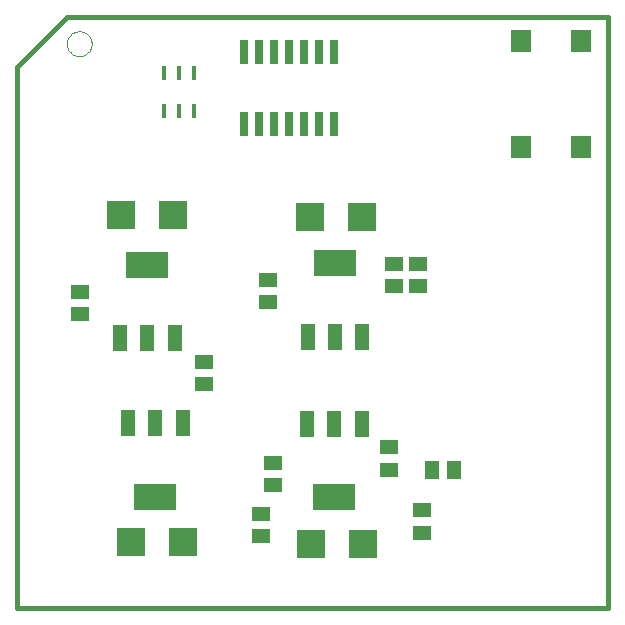
<source format=gbp>
G75*
%MOIN*%
%OFA0B0*%
%FSLAX24Y24*%
%IPPOS*%
%LPD*%
%AMOC8*
5,1,8,0,0,1.08239X$1,22.5*
%
%ADD10C,0.0160*%
%ADD11C,0.0000*%
%ADD12R,0.0512X0.0591*%
%ADD13R,0.0480X0.0880*%
%ADD14R,0.1417X0.0866*%
%ADD15R,0.0160X0.0480*%
%ADD16R,0.0591X0.0512*%
%ADD17R,0.0945X0.0945*%
%ADD18R,0.0669X0.0748*%
%ADD19R,0.0260X0.0800*%
D10*
X000180Y000180D02*
X019865Y000180D01*
X019865Y019865D01*
X001834Y019865D01*
X000180Y018211D01*
X000180Y000180D01*
D11*
X001834Y018979D02*
X001836Y019019D01*
X001842Y019060D01*
X001852Y019099D01*
X001865Y019137D01*
X001883Y019174D01*
X001904Y019208D01*
X001928Y019241D01*
X001955Y019271D01*
X001985Y019298D01*
X002018Y019322D01*
X002052Y019343D01*
X002089Y019361D01*
X002127Y019374D01*
X002166Y019384D01*
X002207Y019390D01*
X002247Y019392D01*
X002287Y019390D01*
X002328Y019384D01*
X002367Y019374D01*
X002405Y019361D01*
X002442Y019343D01*
X002476Y019322D01*
X002509Y019298D01*
X002539Y019271D01*
X002566Y019241D01*
X002590Y019208D01*
X002611Y019174D01*
X002629Y019137D01*
X002642Y019099D01*
X002652Y019060D01*
X002658Y019019D01*
X002660Y018979D01*
X002658Y018939D01*
X002652Y018898D01*
X002642Y018859D01*
X002629Y018821D01*
X002611Y018784D01*
X002590Y018750D01*
X002566Y018717D01*
X002539Y018687D01*
X002509Y018660D01*
X002476Y018636D01*
X002442Y018615D01*
X002405Y018597D01*
X002367Y018584D01*
X002328Y018574D01*
X002287Y018568D01*
X002247Y018566D01*
X002207Y018568D01*
X002166Y018574D01*
X002127Y018584D01*
X002089Y018597D01*
X002052Y018615D01*
X002018Y018636D01*
X001985Y018660D01*
X001955Y018687D01*
X001928Y018717D01*
X001904Y018750D01*
X001883Y018784D01*
X001865Y018821D01*
X001852Y018859D01*
X001842Y018898D01*
X001836Y018939D01*
X001834Y018979D01*
D12*
X013999Y004786D03*
X014747Y004786D03*
D13*
X011661Y006302D03*
X010751Y006302D03*
X009841Y006302D03*
X009861Y009216D03*
X010771Y009216D03*
X011680Y009216D03*
X005696Y006321D03*
X004786Y006321D03*
X003876Y006321D03*
X003601Y009176D03*
X004511Y009176D03*
X005421Y009176D03*
D14*
X004511Y011617D03*
X010771Y011656D03*
X004786Y003881D03*
X010751Y003861D03*
D15*
X006054Y016735D03*
X005554Y016735D03*
X005054Y016735D03*
X005054Y017995D03*
X005554Y017995D03*
X006054Y017995D03*
D16*
X012739Y011637D03*
X012739Y010889D03*
X013526Y010889D03*
X013526Y011637D03*
X008546Y011105D03*
X008546Y010357D03*
X006420Y008369D03*
X006420Y007621D03*
X008704Y005003D03*
X008704Y004255D03*
X008310Y003310D03*
X008310Y002562D03*
X012582Y004786D03*
X012582Y005534D03*
X013664Y003428D03*
X013664Y002680D03*
X002267Y009963D03*
X002267Y010711D03*
D17*
X003625Y013271D03*
X005357Y013271D03*
X009944Y013211D03*
X011676Y013211D03*
X011696Y002306D03*
X009963Y002306D03*
X005692Y002365D03*
X003960Y002365D03*
D18*
X016971Y015534D03*
X018979Y015534D03*
X018979Y019078D03*
X016971Y019078D03*
D19*
X010735Y018713D03*
X010235Y018713D03*
X009735Y018713D03*
X009235Y018713D03*
X008735Y018713D03*
X008235Y018713D03*
X007735Y018713D03*
X007735Y016293D03*
X008235Y016293D03*
X008735Y016293D03*
X009235Y016293D03*
X009735Y016293D03*
X010235Y016293D03*
X010735Y016293D03*
M02*

</source>
